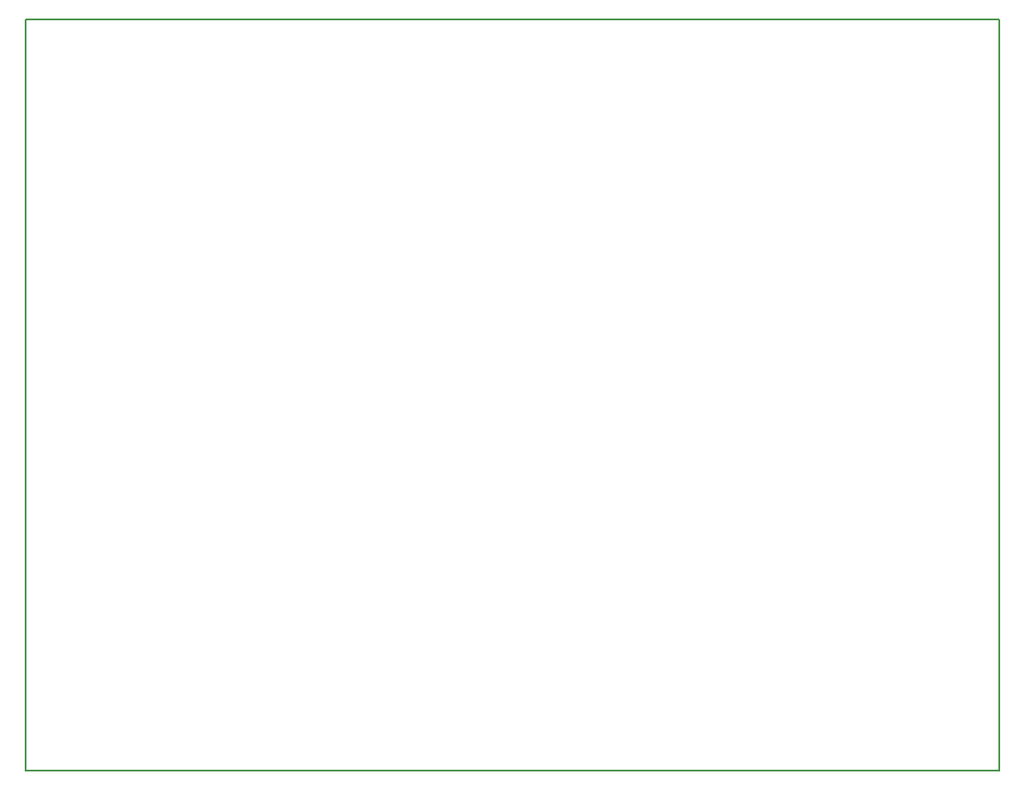
<source format=gbr>
G04 #@! TF.FileFunction,Profile,NP*
%FSLAX46Y46*%
G04 Gerber Fmt 4.6, Leading zero omitted, Abs format (unit mm)*
G04 Created by KiCad (PCBNEW 4.0.7) date 07/07/19 07:38:13*
%MOMM*%
%LPD*%
G01*
G04 APERTURE LIST*
%ADD10C,0.100000*%
%ADD11C,0.150000*%
G04 APERTURE END LIST*
D10*
D11*
X219075000Y-68961000D02*
X125730000Y-68961000D01*
X219075000Y-140970000D02*
X219075000Y-68961000D01*
X125730000Y-140970000D02*
X219075000Y-140970000D01*
X125730000Y-68961000D02*
X125730000Y-140970000D01*
M02*

</source>
